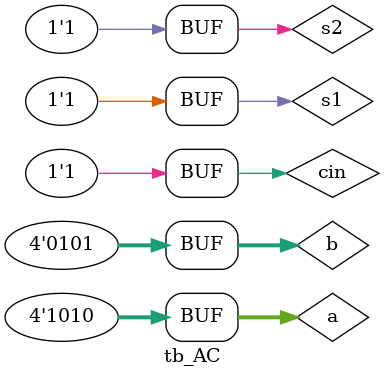
<source format=v>
module fullAdder ( 
    input a,b,cin,
    output sum,cout
);
    
    xor(w0,a,b);
    xor(sum,w0,cin);

    and(w1,a,b);
    and(w2,w0,cin);
    or(cout,w1,w2);

endmodule


// 4to1 mux module
module mux1x4 (
    input i1,i2, i3, i4,s0,s1,
    output y
    );
    
    
    not(ns0 , s0);
    not(ns1 , s1);

    and(w0, i1, ns0, ns1);
    and(w1, i2, ns0, s1);
    and(w2, i3, s0, ns1);
    and(w3, i4, s0, s1);

    or(y,w0,w1,w2,w3);

endmodule



//AC module

module AC (
    input [3:0] a,
    input [3:0] b,
    input s1,s0,cin,
    output [3:0] d,
    output carry
);

    assign z = 0;
    not(o,z);
    
    not(nb0,b[0]);
    mux1x4 m0(b[0],nb0,z,o,s1,s0,y0);

    not(nb1,b[1]);
    mux1x4 m1(b[1],nb1,z,o,s1,s0,y1);

    not(nb2,b[2]);
    mux1x4 m2(b[2],nb2,z,o,s1,s0,y2);

    not(nb3,b[3]);
    mux1x4 m3(b[3],nb3,z,o,s1,s0,y3);

    fullAdder f0(a[0],y0,cin,d[0],c0);
    fullAdder f1(a[1],y1,c0,d[1],c1);
    fullAdder f2(a[2],y2,c1,d[2],c2);
    fullAdder f3(a[3],y3,c2,d[3],carry);


    
endmodule


module tb_AC;
  // Inputs
  reg [3:0] a, b;
  reg s1,s2,cin;
  // Outputs
  wire [3:0] d;
  wire carry;

  // Instantiate the Unit Under Test (UUT)
  AC ac(a,b,s1,s2,cin,d,carry);


  initial begin
    // Initialize inputs
    a = 4'b1010;
    b = 4'b0101;
    s1 = 0;
    s2 = 0;
    cin = 0;
    #100;

    a = 4'b1010;
    b = 4'b0101;
    s1 = 0;
    s2 = 0;
    cin = 1;
    #100;

    a = 4'b1010;
    b = 4'b0101;
    s1 = 0;
    s2 = 1;
    cin = 0;
    #100;

    a = 4'b1010;
    b = 4'b0101;
    s1 = 0;
    s2 = 1;
    cin = 1;
    #100;

    a = 4'b1010;
    b = 4'b0101;
    s1 = 1;
    s2 = 0;
    cin = 0;
    #100;

    a = 4'b1010;
    b = 4'b0101;
    s1 = 1;
    s2 = 0;
    cin = 1;
    #100;

    a = 4'b1010;
    b = 4'b0101;
    s1 = 1;
    s2 = 1;
    cin = 0;
    #100;

    a = 4'b1010;
    b = 4'b0101;
    s1 = 1;
    s2 = 1;
    cin = 1;
    #100;

    
  end
         
endmodule





</source>
